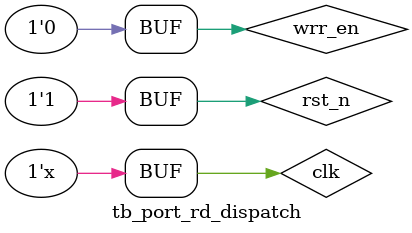
<source format=sv>
`timescale 1ns/1ns

module tb_port_rd_dispatch();

reg clk;
reg rst_n;

initial begin
    clk <= 0;
    rst_n <= 0;
    #40
    rst_n <= 1;
end

always #2 clk = ~clk;

wire wrr_en = 0;

reg [7:0] queue_empty;
reg update;
wire [3:0] rd_prior;

reg [6:0] cnt;

always @(posedge clk) begin
    if(!rst_n) begin
        cnt <= 0;
    end else begin
        cnt <= cnt + 1;
    end
end

always @(posedge clk) begin
    if(!rst_n) begin
        queue_empty <= 8'hFF;
    end else if(cnt == 0) begin
        queue_empty <= $random;
    end
end

always @(posedge clk) begin
    if(!rst_n) begin
        update <= 0;
    end else if(cnt[3:0] == 0) begin
        update <= 1;
    end else begin
        update <= 0;
    end
end

port_rd_dispatch port_rd_dispatch_inst
(
    .clk(clk),
    .rst_n(rst_n),

    .wrr_en(wrr_en),
    .queue_empty(queue_empty),
    .update(update),

    .rd_prior(rd_prior)

);

endmodule
</source>
